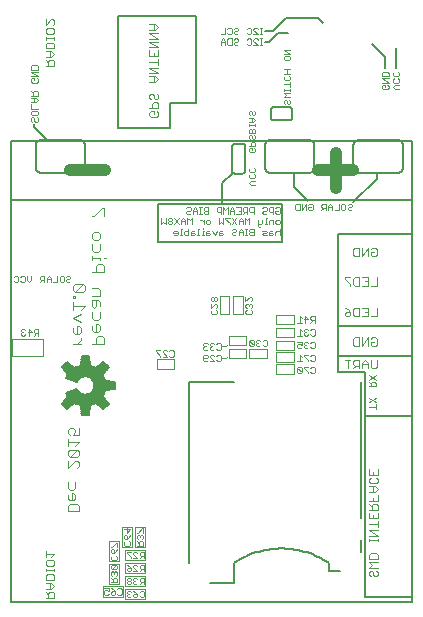
<source format=gbo>
G75*
%MOIN*%
%OFA0B0*%
%FSLAX24Y24*%
%IPPOS*%
%LPD*%
%AMOC8*
5,1,8,0,0,1.08239X$1,22.5*
%
%ADD10C,0.0039*%
%ADD11C,0.0020*%
%ADD12C,0.0059*%
%ADD13C,0.0030*%
%ADD14C,0.0079*%
%ADD15C,0.0050*%
%ADD16C,0.0394*%
%ADD17C,0.0080*%
%ADD18C,0.0060*%
D10*
X004754Y001779D02*
X004754Y002133D01*
X005423Y002133D01*
X005423Y001779D01*
X004754Y001779D01*
X004951Y002212D02*
X004951Y002881D01*
X005305Y002881D01*
X005305Y002212D01*
X004951Y002212D01*
X004951Y002960D02*
X004951Y003629D01*
X005305Y003629D01*
X005305Y002960D01*
X004951Y002960D01*
X005384Y003432D02*
X005384Y004101D01*
X005738Y004101D01*
X005738Y003432D01*
X005384Y003432D01*
X005502Y003353D02*
X005502Y002999D01*
X006171Y002999D01*
X006171Y003353D01*
X005502Y003353D01*
X005817Y003432D02*
X005817Y004101D01*
X006171Y004101D01*
X006171Y003432D01*
X005817Y003432D01*
X005502Y002920D02*
X005502Y002566D01*
X006171Y002566D01*
X006171Y002920D01*
X005502Y002920D01*
X005502Y002487D02*
X005502Y002133D01*
X006171Y002133D01*
X006171Y002487D01*
X005502Y002487D01*
X005502Y002054D02*
X005502Y001700D01*
X006171Y001700D01*
X006171Y002054D01*
X005502Y002054D01*
X010522Y009219D02*
X011112Y009219D01*
X011112Y009534D01*
X010522Y009534D01*
X010522Y009219D01*
X010522Y009613D02*
X011112Y009613D01*
X011112Y009928D01*
X010522Y009928D01*
X010522Y009613D01*
X010207Y009731D02*
X010207Y010046D01*
X009616Y010046D01*
X009616Y009731D01*
X010207Y009731D01*
X010522Y010007D02*
X011112Y010007D01*
X011112Y010322D01*
X010522Y010322D01*
X010522Y010007D01*
X010522Y010440D02*
X011112Y010440D01*
X011112Y010755D01*
X010522Y010755D01*
X010522Y010440D01*
X010522Y010873D02*
X010522Y011188D01*
X011112Y011188D01*
X011112Y010873D01*
X010522Y010873D01*
X009537Y010479D02*
X009537Y010164D01*
X008947Y010164D01*
X008947Y010479D01*
X009537Y010479D01*
X009537Y010046D02*
X008947Y010046D01*
X008947Y009731D01*
X009537Y009731D01*
X009537Y010046D01*
X008927Y010204D02*
X008848Y010125D01*
X008730Y010125D01*
X008927Y009810D02*
X008848Y009731D01*
X008730Y009731D01*
X008652Y011203D02*
X008652Y011793D01*
X008967Y011793D01*
X008967Y011203D01*
X008652Y011203D01*
X009099Y011203D02*
X009099Y011793D01*
X009414Y011793D01*
X009414Y011203D01*
X009099Y011203D01*
X007136Y009692D02*
X007136Y009377D01*
X006545Y009377D01*
X006545Y009692D01*
X007136Y009692D01*
X002746Y009790D02*
X001722Y009790D01*
X001722Y010381D01*
X002746Y010381D01*
X002746Y009790D01*
D11*
X002601Y010489D02*
X002601Y010706D01*
X002493Y010706D01*
X002457Y010670D01*
X002457Y010598D01*
X002493Y010561D01*
X002601Y010561D01*
X002529Y010561D02*
X002457Y010489D01*
X002384Y010598D02*
X002239Y010598D01*
X002166Y010670D02*
X002130Y010706D01*
X002058Y010706D01*
X002022Y010670D01*
X002022Y010634D01*
X002058Y010598D01*
X002022Y010561D01*
X002022Y010525D01*
X002058Y010489D01*
X002130Y010489D01*
X002166Y010525D01*
X002094Y010598D02*
X002058Y010598D01*
X002275Y010706D02*
X002384Y010598D01*
X002275Y010706D02*
X002275Y010489D01*
X002293Y012261D02*
X002221Y012333D01*
X002221Y012477D01*
X002147Y012441D02*
X002147Y012297D01*
X002111Y012261D01*
X002039Y012261D01*
X002003Y012297D01*
X001930Y012297D02*
X001930Y012441D01*
X001894Y012477D01*
X001822Y012477D01*
X001786Y012441D01*
X001786Y012297D02*
X001822Y012261D01*
X001894Y012261D01*
X001930Y012297D01*
X002003Y012441D02*
X002039Y012477D01*
X002111Y012477D01*
X002147Y012441D01*
X002365Y012477D02*
X002365Y012333D01*
X002293Y012261D01*
X002656Y012261D02*
X002728Y012333D01*
X002692Y012333D02*
X002800Y012333D01*
X002800Y012261D02*
X002800Y012477D01*
X002692Y012477D01*
X002656Y012441D01*
X002656Y012369D01*
X002692Y012333D01*
X002873Y012369D02*
X003018Y012369D01*
X003018Y012405D02*
X002945Y012477D01*
X002873Y012405D01*
X002873Y012261D01*
X003018Y012261D02*
X003018Y012405D01*
X003091Y012261D02*
X003235Y012261D01*
X003235Y012477D01*
X003308Y012441D02*
X003344Y012477D01*
X003416Y012477D01*
X003453Y012441D01*
X003453Y012297D01*
X003416Y012261D01*
X003344Y012261D01*
X003308Y012297D01*
X003308Y012441D01*
X003526Y012441D02*
X003562Y012477D01*
X003634Y012477D01*
X003670Y012441D01*
X003670Y012405D01*
X003634Y012369D01*
X003562Y012369D01*
X003526Y012333D01*
X003526Y012297D01*
X003562Y012261D01*
X003634Y012261D01*
X003670Y012297D01*
X006527Y009997D02*
X006527Y009961D01*
X006671Y009817D01*
X006671Y009781D01*
X006744Y009781D02*
X006889Y009781D01*
X006744Y009925D01*
X006744Y009961D01*
X006780Y009997D01*
X006853Y009997D01*
X006889Y009961D01*
X006962Y009961D02*
X006998Y009997D01*
X007070Y009997D01*
X007106Y009961D01*
X007106Y009817D01*
X007070Y009781D01*
X006998Y009781D01*
X006962Y009817D01*
X006671Y009997D02*
X006527Y009997D01*
X008102Y010053D02*
X008138Y010017D01*
X008210Y010017D01*
X008246Y010053D01*
X008319Y010053D02*
X008355Y010017D01*
X008427Y010017D01*
X008463Y010053D01*
X008537Y010053D02*
X008573Y010017D01*
X008645Y010017D01*
X008681Y010053D01*
X008681Y010197D01*
X008645Y010233D01*
X008573Y010233D01*
X008537Y010197D01*
X008463Y010197D02*
X008427Y010233D01*
X008355Y010233D01*
X008319Y010197D01*
X008319Y010161D01*
X008355Y010125D01*
X008319Y010089D01*
X008319Y010053D01*
X008355Y010125D02*
X008391Y010125D01*
X008246Y010197D02*
X008210Y010233D01*
X008138Y010233D01*
X008102Y010197D01*
X008102Y010161D01*
X008138Y010125D01*
X008102Y010089D01*
X008102Y010053D01*
X008138Y010125D02*
X008174Y010125D01*
X008210Y009840D02*
X008246Y009804D01*
X008246Y009767D01*
X008210Y009731D01*
X008102Y009731D01*
X008102Y009659D02*
X008102Y009804D01*
X008138Y009840D01*
X008210Y009840D01*
X008319Y009804D02*
X008355Y009840D01*
X008427Y009840D01*
X008463Y009804D01*
X008537Y009804D02*
X008573Y009840D01*
X008645Y009840D01*
X008681Y009804D01*
X008681Y009659D01*
X008645Y009623D01*
X008573Y009623D01*
X008537Y009659D01*
X008463Y009623D02*
X008319Y009767D01*
X008319Y009804D01*
X008246Y009659D02*
X008210Y009623D01*
X008138Y009623D01*
X008102Y009659D01*
X008319Y009623D02*
X008463Y009623D01*
X008527Y011193D02*
X008383Y011193D01*
X008347Y011229D01*
X008347Y011301D01*
X008383Y011337D01*
X008347Y011411D02*
X008491Y011555D01*
X008527Y011555D01*
X008563Y011519D01*
X008563Y011447D01*
X008527Y011411D01*
X008527Y011337D02*
X008563Y011301D01*
X008563Y011229D01*
X008527Y011193D01*
X008347Y011411D02*
X008347Y011555D01*
X008383Y011628D02*
X008419Y011628D01*
X008455Y011664D01*
X008455Y011736D01*
X008419Y011772D01*
X008383Y011772D01*
X008347Y011736D01*
X008347Y011664D01*
X008383Y011628D01*
X008455Y011664D02*
X008491Y011628D01*
X008527Y011628D01*
X008563Y011664D01*
X008563Y011736D01*
X008527Y011772D01*
X008491Y011772D01*
X008455Y011736D01*
X009503Y011772D02*
X009503Y011628D01*
X009647Y011772D01*
X009683Y011772D01*
X009720Y011736D01*
X009720Y011664D01*
X009683Y011628D01*
X009683Y011555D02*
X009647Y011555D01*
X009611Y011519D01*
X009575Y011555D01*
X009539Y011555D01*
X009503Y011519D01*
X009503Y011447D01*
X009539Y011411D01*
X009539Y011337D02*
X009503Y011301D01*
X009503Y011229D01*
X009539Y011193D01*
X009683Y011193D01*
X009720Y011229D01*
X009720Y011301D01*
X009683Y011337D01*
X009683Y011411D02*
X009720Y011447D01*
X009720Y011519D01*
X009683Y011555D01*
X009611Y011519D02*
X009611Y011483D01*
X009673Y010351D02*
X009637Y010315D01*
X009781Y010171D01*
X009745Y010135D01*
X009673Y010135D01*
X009637Y010171D01*
X009637Y010315D01*
X009673Y010351D02*
X009745Y010351D01*
X009781Y010315D01*
X009781Y010171D01*
X009855Y010171D02*
X009891Y010135D01*
X009963Y010135D01*
X009999Y010171D01*
X010072Y010171D02*
X010108Y010135D01*
X010180Y010135D01*
X010216Y010171D01*
X010216Y010315D01*
X010180Y010351D01*
X010108Y010351D01*
X010072Y010315D01*
X009999Y010315D02*
X009963Y010351D01*
X009891Y010351D01*
X009855Y010315D01*
X009855Y010279D01*
X009891Y010243D01*
X009855Y010207D01*
X009855Y010171D01*
X009891Y010243D02*
X009927Y010243D01*
X011235Y010273D02*
X011379Y010273D01*
X011379Y010164D01*
X011307Y010201D01*
X011271Y010201D01*
X011235Y010164D01*
X011235Y010092D01*
X011271Y010056D01*
X011343Y010056D01*
X011379Y010092D01*
X011452Y010092D02*
X011488Y010056D01*
X011560Y010056D01*
X011596Y010092D01*
X011670Y010092D02*
X011706Y010056D01*
X011778Y010056D01*
X011814Y010092D01*
X011814Y010237D01*
X011778Y010273D01*
X011706Y010273D01*
X011670Y010237D01*
X011596Y010237D02*
X011560Y010273D01*
X011488Y010273D01*
X011452Y010237D01*
X011452Y010201D01*
X011488Y010164D01*
X011452Y010128D01*
X011452Y010092D01*
X011488Y010164D02*
X011524Y010164D01*
X011452Y009840D02*
X011452Y009804D01*
X011596Y009659D01*
X011596Y009623D01*
X011670Y009659D02*
X011706Y009623D01*
X011778Y009623D01*
X011814Y009659D01*
X011814Y009804D01*
X011778Y009840D01*
X011706Y009840D01*
X011670Y009804D01*
X011596Y009840D02*
X011452Y009840D01*
X011379Y009767D02*
X011307Y009840D01*
X011307Y009623D01*
X011379Y009623D02*
X011235Y009623D01*
X011271Y009446D02*
X011235Y009410D01*
X011379Y009266D01*
X011343Y009229D01*
X011271Y009229D01*
X011235Y009266D01*
X011235Y009410D01*
X011271Y009446D02*
X011343Y009446D01*
X011379Y009410D01*
X011379Y009266D01*
X011452Y009410D02*
X011596Y009266D01*
X011596Y009229D01*
X011670Y009266D02*
X011706Y009229D01*
X011778Y009229D01*
X011814Y009266D01*
X011814Y009410D01*
X011778Y009446D01*
X011706Y009446D01*
X011670Y009410D01*
X011596Y009446D02*
X011452Y009446D01*
X011452Y009410D01*
X011488Y010489D02*
X011560Y010489D01*
X011596Y010525D01*
X011670Y010525D02*
X011706Y010489D01*
X011778Y010489D01*
X011814Y010525D01*
X011814Y010670D01*
X011778Y010706D01*
X011706Y010706D01*
X011670Y010670D01*
X011596Y010670D02*
X011560Y010706D01*
X011488Y010706D01*
X011452Y010670D01*
X011452Y010634D01*
X011488Y010598D01*
X011452Y010561D01*
X011452Y010525D01*
X011488Y010489D01*
X011488Y010598D02*
X011524Y010598D01*
X011379Y010634D02*
X011307Y010706D01*
X011307Y010489D01*
X011379Y010489D02*
X011235Y010489D01*
X011235Y010922D02*
X011379Y010922D01*
X011307Y010922D02*
X011307Y011139D01*
X011379Y011067D01*
X011452Y011031D02*
X011596Y011031D01*
X011488Y011139D01*
X011488Y010922D01*
X011670Y010922D02*
X011742Y010995D01*
X011706Y010995D02*
X011814Y010995D01*
X011814Y010922D02*
X011814Y011139D01*
X011706Y011139D01*
X011670Y011103D01*
X011670Y011031D01*
X011706Y010995D01*
X013622Y009156D02*
X013839Y009012D01*
X013803Y008939D02*
X013730Y008939D01*
X013694Y008903D01*
X013694Y008794D01*
X013622Y008794D02*
X013839Y008794D01*
X013839Y008903D01*
X013803Y008939D01*
X013694Y008867D02*
X013622Y008939D01*
X013622Y009012D02*
X013839Y009156D01*
X013839Y008408D02*
X013622Y008264D01*
X013622Y008408D02*
X013839Y008264D01*
X013839Y008191D02*
X013839Y008046D01*
X013839Y008119D02*
X013622Y008119D01*
X010649Y013836D02*
X010649Y014052D01*
X010613Y013980D02*
X010541Y013980D01*
X010505Y013944D01*
X010505Y013836D01*
X010432Y013872D02*
X010396Y013836D01*
X010288Y013836D01*
X010288Y013944D01*
X010324Y013980D01*
X010396Y013980D01*
X010396Y013908D02*
X010288Y013908D01*
X010214Y013944D02*
X010178Y013980D01*
X010070Y013980D01*
X010106Y013908D02*
X010178Y013908D01*
X010214Y013944D01*
X010214Y013836D02*
X010106Y013836D01*
X010070Y013872D01*
X010106Y013908D01*
X009997Y014118D02*
X009961Y014118D01*
X009925Y014154D01*
X009925Y014334D01*
X009925Y014190D02*
X010033Y014190D01*
X010069Y014226D01*
X010069Y014334D01*
X010178Y014407D02*
X010178Y014190D01*
X010214Y014190D02*
X010142Y014190D01*
X010288Y014190D02*
X010288Y014298D01*
X010324Y014334D01*
X010432Y014334D01*
X010432Y014190D01*
X010505Y014226D02*
X010505Y014298D01*
X010541Y014334D01*
X010613Y014334D01*
X010649Y014298D01*
X010649Y014226D01*
X010613Y014190D01*
X010541Y014190D01*
X010505Y014226D01*
X010613Y013980D02*
X010649Y013944D01*
X010432Y013872D02*
X010396Y013908D01*
X010214Y014407D02*
X010178Y014407D01*
X010178Y014544D02*
X010214Y014581D01*
X010178Y014544D02*
X010106Y014544D01*
X010070Y014581D01*
X010070Y014617D01*
X010106Y014653D01*
X010178Y014653D01*
X010214Y014689D01*
X010214Y014725D01*
X010178Y014761D01*
X010106Y014761D01*
X010070Y014725D01*
X010288Y014725D02*
X010288Y014653D01*
X010324Y014617D01*
X010432Y014617D01*
X010432Y014544D02*
X010432Y014761D01*
X010324Y014761D01*
X010288Y014725D01*
X010505Y014725D02*
X010541Y014761D01*
X010613Y014761D01*
X010649Y014725D01*
X010649Y014581D01*
X010613Y014544D01*
X010541Y014544D01*
X010505Y014581D01*
X010505Y014653D01*
X010577Y014653D01*
X011167Y014699D02*
X011167Y014843D01*
X011203Y014879D01*
X011311Y014879D01*
X011311Y014663D01*
X011203Y014663D01*
X011167Y014699D01*
X011384Y014663D02*
X011384Y014879D01*
X011528Y014879D02*
X011384Y014663D01*
X011528Y014663D02*
X011528Y014879D01*
X011602Y014843D02*
X011638Y014879D01*
X011710Y014879D01*
X011746Y014843D01*
X011746Y014699D01*
X011710Y014663D01*
X011638Y014663D01*
X011602Y014699D01*
X011602Y014771D01*
X011674Y014771D01*
X012037Y014771D02*
X012073Y014735D01*
X012181Y014735D01*
X012109Y014735D02*
X012037Y014663D01*
X012037Y014771D02*
X012037Y014843D01*
X012073Y014879D01*
X012181Y014879D01*
X012181Y014663D01*
X012254Y014663D02*
X012254Y014807D01*
X012326Y014879D01*
X012399Y014807D01*
X012399Y014663D01*
X012472Y014663D02*
X012616Y014663D01*
X012616Y014879D01*
X012689Y014843D02*
X012689Y014699D01*
X012725Y014663D01*
X012797Y014663D01*
X012834Y014699D01*
X012834Y014843D01*
X012797Y014879D01*
X012725Y014879D01*
X012689Y014843D01*
X012907Y014843D02*
X012943Y014879D01*
X013015Y014879D01*
X013051Y014843D01*
X013051Y014807D01*
X013015Y014771D01*
X012943Y014771D01*
X012907Y014735D01*
X012907Y014699D01*
X012943Y014663D01*
X013015Y014663D01*
X013051Y014699D01*
X012399Y014771D02*
X012254Y014771D01*
X009779Y014761D02*
X009779Y014544D01*
X009779Y014617D02*
X009671Y014617D01*
X009635Y014653D01*
X009635Y014725D01*
X009671Y014761D01*
X009779Y014761D01*
X009562Y014761D02*
X009562Y014544D01*
X009562Y014617D02*
X009454Y014617D01*
X009418Y014653D01*
X009418Y014725D01*
X009454Y014761D01*
X009562Y014761D01*
X009490Y014617D02*
X009418Y014544D01*
X009344Y014544D02*
X009200Y014544D01*
X009127Y014544D02*
X009127Y014689D01*
X009055Y014761D01*
X008983Y014689D01*
X008983Y014544D01*
X008909Y014544D02*
X008909Y014761D01*
X008837Y014689D01*
X008765Y014761D01*
X008765Y014544D01*
X008692Y014544D02*
X008692Y014761D01*
X008584Y014761D01*
X008548Y014725D01*
X008548Y014653D01*
X008584Y014617D01*
X008692Y014617D01*
X008620Y014407D02*
X008620Y014190D01*
X008692Y014262D01*
X008764Y014190D01*
X008764Y014407D01*
X008838Y014407D02*
X008838Y014370D01*
X008982Y014226D01*
X008982Y014190D01*
X009055Y014190D02*
X009199Y014407D01*
X009273Y014334D02*
X009273Y014190D01*
X009199Y014190D02*
X009055Y014407D01*
X008982Y014407D02*
X008838Y014407D01*
X008983Y014653D02*
X009127Y014653D01*
X009200Y014761D02*
X009344Y014761D01*
X009344Y014544D01*
X009344Y014653D02*
X009272Y014653D01*
X009345Y014407D02*
X009273Y014334D01*
X009273Y014298D02*
X009417Y014298D01*
X009417Y014334D02*
X009345Y014407D01*
X009417Y014334D02*
X009417Y014190D01*
X009490Y014190D02*
X009490Y014407D01*
X009562Y014334D01*
X009634Y014407D01*
X009634Y014190D01*
X009671Y014052D02*
X009635Y014016D01*
X009635Y013980D01*
X009671Y013944D01*
X009779Y013944D01*
X009671Y013944D02*
X009635Y013908D01*
X009635Y013872D01*
X009671Y013836D01*
X009779Y013836D01*
X009779Y014052D01*
X009671Y014052D01*
X009562Y014052D02*
X009490Y014052D01*
X009526Y014052D02*
X009526Y013836D01*
X009562Y013836D02*
X009490Y013836D01*
X009417Y013836D02*
X009417Y013980D01*
X009345Y014052D01*
X009273Y013980D01*
X009273Y013836D01*
X009199Y013872D02*
X009163Y013836D01*
X009091Y013836D01*
X009055Y013872D01*
X009055Y013908D01*
X009091Y013944D01*
X009163Y013944D01*
X009199Y013980D01*
X009199Y014016D01*
X009163Y014052D01*
X009091Y014052D01*
X009055Y014016D01*
X009273Y013944D02*
X009417Y013944D01*
X008764Y013872D02*
X008728Y013836D01*
X008620Y013836D01*
X008620Y013944D01*
X008656Y013980D01*
X008728Y013980D01*
X008728Y013908D02*
X008620Y013908D01*
X008547Y013980D02*
X008475Y013836D01*
X008403Y013980D01*
X008293Y013980D02*
X008221Y013980D01*
X008185Y013944D01*
X008185Y013836D01*
X008293Y013836D01*
X008329Y013872D01*
X008293Y013908D01*
X008185Y013908D01*
X008112Y013980D02*
X008076Y013980D01*
X008076Y013836D01*
X008112Y013836D02*
X008040Y013836D01*
X007967Y013836D02*
X007895Y013836D01*
X007931Y013836D02*
X007931Y014052D01*
X007967Y014052D01*
X008076Y014052D02*
X008076Y014088D01*
X008112Y014190D02*
X008112Y014334D01*
X008112Y014262D02*
X008040Y014334D01*
X008004Y014334D01*
X008185Y014298D02*
X008185Y014226D01*
X008221Y014190D01*
X008293Y014190D01*
X008329Y014226D01*
X008329Y014298D01*
X008293Y014334D01*
X008221Y014334D01*
X008185Y014298D01*
X008149Y014544D02*
X008257Y014544D01*
X008257Y014761D01*
X008149Y014761D01*
X008113Y014725D01*
X008113Y014689D01*
X008149Y014653D01*
X008257Y014653D01*
X008149Y014653D02*
X008113Y014617D01*
X008113Y014581D01*
X008149Y014544D01*
X008039Y014544D02*
X007967Y014544D01*
X008003Y014544D02*
X008003Y014761D01*
X008039Y014761D02*
X007967Y014761D01*
X007894Y014689D02*
X007822Y014761D01*
X007750Y014689D01*
X007750Y014544D01*
X007677Y014581D02*
X007641Y014544D01*
X007569Y014544D01*
X007533Y014581D01*
X007533Y014617D01*
X007569Y014653D01*
X007641Y014653D01*
X007677Y014689D01*
X007677Y014725D01*
X007641Y014761D01*
X007569Y014761D01*
X007533Y014725D01*
X007750Y014653D02*
X007894Y014653D01*
X007894Y014689D02*
X007894Y014544D01*
X007713Y014407D02*
X007641Y014334D01*
X007569Y014407D01*
X007569Y014190D01*
X007496Y014190D02*
X007496Y014334D01*
X007423Y014407D01*
X007351Y014334D01*
X007351Y014190D01*
X007278Y014190D02*
X007134Y014407D01*
X007061Y014370D02*
X007061Y014334D01*
X007025Y014298D01*
X006952Y014298D01*
X006916Y014262D01*
X006916Y014226D01*
X006952Y014190D01*
X007025Y014190D01*
X007061Y014226D01*
X007061Y014262D01*
X007025Y014298D01*
X006952Y014298D02*
X006916Y014334D01*
X006916Y014370D01*
X006952Y014407D01*
X007025Y014407D01*
X007061Y014370D01*
X007134Y014190D02*
X007278Y014407D01*
X007351Y014298D02*
X007496Y014298D01*
X007713Y014190D02*
X007713Y014407D01*
X007604Y014052D02*
X007604Y013836D01*
X007496Y013836D01*
X007460Y013872D01*
X007460Y013944D01*
X007496Y013980D01*
X007604Y013980D01*
X007678Y013944D02*
X007678Y013836D01*
X007786Y013836D01*
X007822Y013872D01*
X007786Y013908D01*
X007678Y013908D01*
X007678Y013944D02*
X007714Y013980D01*
X007786Y013980D01*
X007387Y014052D02*
X007351Y014052D01*
X007351Y013836D01*
X007387Y013836D02*
X007315Y013836D01*
X007242Y013872D02*
X007206Y013836D01*
X007134Y013836D01*
X007098Y013908D02*
X007242Y013908D01*
X007242Y013944D02*
X007206Y013980D01*
X007134Y013980D01*
X007098Y013944D01*
X007098Y013908D01*
X007242Y013872D02*
X007242Y013944D01*
X006843Y014190D02*
X006771Y014262D01*
X006699Y014190D01*
X006699Y014407D01*
X006843Y014407D02*
X006843Y014190D01*
X008728Y013908D02*
X008764Y013872D01*
X009679Y015506D02*
X009606Y015578D01*
X009679Y015650D01*
X009823Y015650D01*
X009787Y015724D02*
X009643Y015724D01*
X009606Y015760D01*
X009606Y015832D01*
X009643Y015868D01*
X009643Y015941D02*
X009606Y015977D01*
X009606Y016049D01*
X009643Y016085D01*
X009787Y016085D02*
X009823Y016049D01*
X009823Y015977D01*
X009787Y015941D01*
X009643Y015941D01*
X009787Y015868D02*
X009823Y015832D01*
X009823Y015760D01*
X009787Y015724D01*
X009823Y015506D02*
X009679Y015506D01*
X009643Y016592D02*
X009606Y016628D01*
X009606Y016700D01*
X009643Y016736D01*
X009715Y016736D01*
X009715Y016664D01*
X009787Y016736D02*
X009823Y016700D01*
X009823Y016628D01*
X009787Y016592D01*
X009643Y016592D01*
X009679Y016809D02*
X009679Y016917D01*
X009715Y016953D01*
X009787Y016953D01*
X009823Y016917D01*
X009823Y016809D01*
X009606Y016809D01*
X009643Y017027D02*
X009606Y017063D01*
X009606Y017135D01*
X009643Y017171D01*
X009679Y017171D01*
X009715Y017135D01*
X009715Y017063D01*
X009751Y017027D01*
X009787Y017027D01*
X009823Y017063D01*
X009823Y017135D01*
X009787Y017171D01*
X009823Y017244D02*
X009823Y017352D01*
X009787Y017388D01*
X009751Y017388D01*
X009715Y017352D01*
X009715Y017244D01*
X009823Y017244D02*
X009606Y017244D01*
X009606Y017352D01*
X009643Y017388D01*
X009679Y017388D01*
X009715Y017352D01*
X009823Y017462D02*
X009823Y017534D01*
X009823Y017498D02*
X009606Y017498D01*
X009606Y017462D02*
X009606Y017534D01*
X009606Y017607D02*
X009751Y017607D01*
X009823Y017679D01*
X009751Y017751D01*
X009606Y017751D01*
X009643Y017824D02*
X009606Y017860D01*
X009606Y017932D01*
X009643Y017969D01*
X009679Y017969D01*
X009715Y017932D01*
X009715Y017860D01*
X009751Y017824D01*
X009787Y017824D01*
X009823Y017860D01*
X009823Y017932D01*
X009787Y017969D01*
X009715Y017751D02*
X009715Y017607D01*
X010788Y018242D02*
X010824Y018206D01*
X010788Y018242D02*
X010788Y018314D01*
X010824Y018350D01*
X010860Y018350D01*
X010896Y018314D01*
X010896Y018242D01*
X010932Y018206D01*
X010968Y018206D01*
X011004Y018242D01*
X011004Y018314D01*
X010968Y018350D01*
X011004Y018423D02*
X010788Y018423D01*
X010860Y018496D01*
X010788Y018568D01*
X011004Y018568D01*
X011004Y018641D02*
X011004Y018713D01*
X011004Y018677D02*
X010788Y018677D01*
X010788Y018641D02*
X010788Y018713D01*
X010788Y018858D02*
X011004Y018858D01*
X011004Y018786D02*
X011004Y018930D01*
X010968Y019003D02*
X011004Y019039D01*
X011004Y019112D01*
X010968Y019148D01*
X011004Y019221D02*
X010788Y019221D01*
X010824Y019148D02*
X010788Y019112D01*
X010788Y019039D01*
X010824Y019003D01*
X010968Y019003D01*
X010896Y019221D02*
X010896Y019365D01*
X011004Y019365D02*
X010788Y019365D01*
X010824Y019656D02*
X010788Y019692D01*
X010788Y019764D01*
X010824Y019800D01*
X010968Y019800D01*
X011004Y019764D01*
X011004Y019692D01*
X010968Y019656D01*
X010824Y019656D01*
X010788Y019873D02*
X011004Y019873D01*
X010788Y020018D01*
X011004Y020018D01*
X010059Y020174D02*
X009987Y020174D01*
X010023Y020174D02*
X010023Y020391D01*
X010059Y020391D02*
X009987Y020391D01*
X009914Y020355D02*
X009878Y020391D01*
X009806Y020391D01*
X009770Y020355D01*
X009770Y020319D01*
X009914Y020174D01*
X009770Y020174D01*
X009696Y020210D02*
X009696Y020355D01*
X009660Y020391D01*
X009588Y020391D01*
X009552Y020355D01*
X009552Y020210D02*
X009588Y020174D01*
X009660Y020174D01*
X009696Y020210D01*
X009660Y020529D02*
X009588Y020529D01*
X009552Y020565D01*
X009660Y020529D02*
X009696Y020565D01*
X009696Y020709D01*
X009660Y020745D01*
X009588Y020745D01*
X009552Y020709D01*
X009770Y020709D02*
X009806Y020745D01*
X009878Y020745D01*
X009914Y020709D01*
X009987Y020745D02*
X010059Y020745D01*
X010023Y020745D02*
X010023Y020529D01*
X010059Y020529D02*
X009987Y020529D01*
X009914Y020529D02*
X009770Y020673D01*
X009770Y020709D01*
X009770Y020529D02*
X009914Y020529D01*
X009261Y020565D02*
X009225Y020529D01*
X009153Y020529D01*
X009117Y020565D01*
X009117Y020601D01*
X009153Y020637D01*
X009225Y020637D01*
X009261Y020673D01*
X009261Y020709D01*
X009225Y020745D01*
X009153Y020745D01*
X009117Y020709D01*
X009044Y020709D02*
X009044Y020565D01*
X009008Y020529D01*
X008936Y020529D01*
X008900Y020565D01*
X008826Y020529D02*
X008682Y020529D01*
X008826Y020529D02*
X008826Y020745D01*
X008900Y020709D02*
X008936Y020745D01*
X009008Y020745D01*
X009044Y020709D01*
X009044Y020391D02*
X008936Y020391D01*
X008900Y020355D01*
X008900Y020210D01*
X008936Y020174D01*
X009044Y020174D01*
X009044Y020391D01*
X009117Y020355D02*
X009153Y020391D01*
X009225Y020391D01*
X009261Y020355D01*
X009261Y020319D01*
X009225Y020283D01*
X009153Y020283D01*
X009117Y020247D01*
X009117Y020210D01*
X009153Y020174D01*
X009225Y020174D01*
X009261Y020210D01*
X008826Y020174D02*
X008826Y020319D01*
X008754Y020391D01*
X008682Y020319D01*
X008682Y020174D01*
X008682Y020283D02*
X008826Y020283D01*
X014055Y019238D02*
X014091Y019274D01*
X014236Y019274D01*
X014272Y019238D01*
X014272Y019130D01*
X014055Y019130D01*
X014055Y019238D01*
X014055Y019057D02*
X014272Y019057D01*
X014410Y019021D02*
X014446Y019057D01*
X014410Y019021D02*
X014410Y018949D01*
X014446Y018913D01*
X014590Y018913D01*
X014626Y018949D01*
X014626Y019021D01*
X014590Y019057D01*
X014590Y019130D02*
X014446Y019130D01*
X014410Y019166D01*
X014410Y019238D01*
X014446Y019274D01*
X014590Y019274D02*
X014626Y019238D01*
X014626Y019166D01*
X014590Y019130D01*
X014626Y018839D02*
X014482Y018839D01*
X014410Y018767D01*
X014482Y018695D01*
X014626Y018695D01*
X014272Y018731D02*
X014236Y018695D01*
X014091Y018695D01*
X014055Y018731D01*
X014055Y018803D01*
X014091Y018839D01*
X014163Y018839D01*
X014163Y018767D01*
X014236Y018839D02*
X014272Y018803D01*
X014272Y018731D01*
X014272Y018913D02*
X014055Y018913D01*
X014055Y019057D02*
X014272Y018913D01*
X006102Y004061D02*
X006066Y004061D01*
X005922Y003916D01*
X005886Y003916D01*
X005922Y003843D02*
X005886Y003807D01*
X005886Y003735D01*
X005922Y003699D01*
X005886Y003626D02*
X005958Y003554D01*
X005958Y003590D02*
X005958Y003481D01*
X005886Y003481D02*
X006102Y003481D01*
X006102Y003590D01*
X006066Y003626D01*
X005994Y003626D01*
X005958Y003590D01*
X006066Y003699D02*
X006102Y003735D01*
X006102Y003807D01*
X006066Y003843D01*
X006030Y003843D01*
X005994Y003807D01*
X005958Y003843D01*
X005922Y003843D01*
X005994Y003807D02*
X005994Y003771D01*
X006102Y003916D02*
X006102Y004061D01*
X005669Y004025D02*
X005561Y003916D01*
X005561Y004061D01*
X005453Y004025D02*
X005669Y004025D01*
X005669Y003843D02*
X005633Y003771D01*
X005561Y003699D01*
X005561Y003807D01*
X005525Y003843D01*
X005489Y003843D01*
X005453Y003807D01*
X005453Y003735D01*
X005489Y003699D01*
X005561Y003699D01*
X005489Y003626D02*
X005453Y003590D01*
X005453Y003518D01*
X005489Y003481D01*
X005633Y003481D01*
X005669Y003518D01*
X005669Y003590D01*
X005633Y003626D01*
X005687Y003284D02*
X005543Y003284D01*
X005543Y003248D01*
X005687Y003104D01*
X005687Y003068D01*
X005760Y003068D02*
X005904Y003068D01*
X005760Y003212D01*
X005760Y003248D01*
X005796Y003284D01*
X005868Y003284D01*
X005904Y003248D01*
X005978Y003248D02*
X005978Y003176D01*
X006014Y003140D01*
X006122Y003140D01*
X006122Y003068D02*
X006122Y003284D01*
X006014Y003284D01*
X005978Y003248D01*
X006050Y003140D02*
X005978Y003068D01*
X006014Y002851D02*
X005978Y002815D01*
X005978Y002743D01*
X006014Y002707D01*
X006122Y002707D01*
X006122Y002635D02*
X006122Y002851D01*
X006014Y002851D01*
X005904Y002815D02*
X005868Y002851D01*
X005796Y002851D01*
X005760Y002815D01*
X005760Y002779D01*
X005904Y002635D01*
X005760Y002635D01*
X005687Y002671D02*
X005651Y002635D01*
X005579Y002635D01*
X005543Y002671D01*
X005543Y002707D01*
X005579Y002743D01*
X005687Y002743D01*
X005687Y002671D01*
X005687Y002743D02*
X005615Y002815D01*
X005543Y002851D01*
X005236Y002804D02*
X005200Y002840D01*
X005056Y002696D01*
X005020Y002732D01*
X005020Y002804D01*
X005056Y002840D01*
X005200Y002840D01*
X005236Y002804D02*
X005236Y002732D01*
X005200Y002696D01*
X005056Y002696D01*
X005056Y002623D02*
X005020Y002587D01*
X005020Y002515D01*
X005056Y002478D01*
X005020Y002405D02*
X005092Y002333D01*
X005092Y002369D02*
X005092Y002261D01*
X005020Y002261D02*
X005236Y002261D01*
X005236Y002369D01*
X005200Y002405D01*
X005128Y002405D01*
X005092Y002369D01*
X005200Y002478D02*
X005236Y002515D01*
X005236Y002587D01*
X005200Y002623D01*
X005164Y002623D01*
X005128Y002587D01*
X005092Y002623D01*
X005056Y002623D01*
X005128Y002587D02*
X005128Y002551D01*
X005056Y003009D02*
X005020Y003045D01*
X005020Y003117D01*
X005056Y003153D01*
X005056Y003227D02*
X005020Y003263D01*
X005020Y003335D01*
X005056Y003371D01*
X005092Y003371D01*
X005128Y003335D01*
X005128Y003227D01*
X005056Y003227D01*
X005128Y003227D02*
X005200Y003299D01*
X005236Y003371D01*
X005236Y003444D02*
X005236Y003588D01*
X005200Y003588D01*
X005056Y003444D01*
X005020Y003444D01*
X005200Y003153D02*
X005236Y003117D01*
X005236Y003045D01*
X005200Y003009D01*
X005056Y003009D01*
X005579Y002418D02*
X005543Y002382D01*
X005543Y002346D01*
X005579Y002310D01*
X005651Y002310D01*
X005687Y002346D01*
X005687Y002382D01*
X005651Y002418D01*
X005579Y002418D01*
X005579Y002310D02*
X005543Y002274D01*
X005543Y002238D01*
X005579Y002202D01*
X005651Y002202D01*
X005687Y002238D01*
X005687Y002274D01*
X005651Y002310D01*
X005760Y002274D02*
X005760Y002238D01*
X005796Y002202D01*
X005868Y002202D01*
X005904Y002238D01*
X005978Y002202D02*
X006050Y002274D01*
X006014Y002274D02*
X006122Y002274D01*
X006122Y002202D02*
X006122Y002418D01*
X006014Y002418D01*
X005978Y002382D01*
X005978Y002310D01*
X006014Y002274D01*
X005904Y002382D02*
X005868Y002418D01*
X005796Y002418D01*
X005760Y002382D01*
X005760Y002346D01*
X005796Y002310D01*
X005760Y002274D01*
X005796Y002310D02*
X005832Y002310D01*
X005760Y001985D02*
X005832Y001949D01*
X005904Y001877D01*
X005796Y001877D01*
X005760Y001841D01*
X005760Y001805D01*
X005796Y001769D01*
X005868Y001769D01*
X005904Y001805D01*
X005904Y001877D01*
X005978Y001805D02*
X006014Y001769D01*
X006086Y001769D01*
X006122Y001805D01*
X006122Y001949D01*
X006086Y001985D01*
X006014Y001985D01*
X005978Y001949D01*
X005687Y001949D02*
X005651Y001985D01*
X005579Y001985D01*
X005543Y001949D01*
X005543Y001913D01*
X005579Y001877D01*
X005543Y001841D01*
X005543Y001805D01*
X005579Y001769D01*
X005651Y001769D01*
X005687Y001805D01*
X005615Y001877D02*
X005579Y001877D01*
X005374Y001884D02*
X005374Y002028D01*
X005338Y002064D01*
X005266Y002064D01*
X005230Y002028D01*
X005156Y001956D02*
X005156Y001884D01*
X005120Y001848D01*
X005048Y001848D01*
X005012Y001884D01*
X005012Y001920D01*
X005048Y001956D01*
X005156Y001956D01*
X005084Y002028D01*
X005012Y002064D01*
X004939Y002064D02*
X004939Y001956D01*
X004867Y001992D01*
X004831Y001992D01*
X004795Y001956D01*
X004795Y001884D01*
X004831Y001848D01*
X004903Y001848D01*
X004939Y001884D01*
X004939Y002064D02*
X004795Y002064D01*
X005230Y001884D02*
X005266Y001848D01*
X005338Y001848D01*
X005374Y001884D01*
X005978Y002635D02*
X006050Y002707D01*
X002543Y017615D02*
X002507Y017615D01*
X002471Y017651D01*
X002471Y017724D01*
X002435Y017760D01*
X002398Y017760D01*
X002362Y017724D01*
X002362Y017651D01*
X002398Y017615D01*
X002543Y017615D02*
X002579Y017651D01*
X002579Y017724D01*
X002543Y017760D01*
X002543Y017833D02*
X002398Y017833D01*
X002362Y017869D01*
X002362Y017941D01*
X002398Y017977D01*
X002543Y017977D01*
X002579Y017941D01*
X002579Y017869D01*
X002543Y017833D01*
X002579Y018050D02*
X002362Y018050D01*
X002362Y018195D01*
X002362Y018268D02*
X002507Y018268D01*
X002579Y018340D01*
X002507Y018412D01*
X002362Y018412D01*
X002362Y018485D02*
X002579Y018485D01*
X002579Y018594D01*
X002543Y018630D01*
X002471Y018630D01*
X002435Y018594D01*
X002435Y018485D01*
X002435Y018557D02*
X002362Y018630D01*
X002471Y018412D02*
X002471Y018268D01*
X002543Y018920D02*
X002398Y018920D01*
X002362Y018956D01*
X002362Y019029D01*
X002398Y019065D01*
X002471Y019065D01*
X002471Y018993D01*
X002543Y019065D02*
X002579Y019029D01*
X002579Y018956D01*
X002543Y018920D01*
X002579Y019138D02*
X002362Y019138D01*
X002362Y019282D02*
X002579Y019282D01*
X002579Y019355D02*
X002579Y019464D01*
X002543Y019500D01*
X002398Y019500D01*
X002362Y019464D01*
X002362Y019355D01*
X002579Y019355D01*
X002579Y019138D02*
X002362Y019282D01*
D12*
X006604Y014889D02*
X006604Y013590D01*
X010738Y013590D01*
X010738Y014889D01*
X008730Y014889D01*
X008730Y015558D01*
X009085Y015912D01*
X008730Y014889D02*
X006604Y014889D01*
X004283Y009803D02*
X004043Y009803D01*
X004011Y009485D01*
X003904Y009451D01*
X003805Y009400D01*
X003557Y009601D01*
X003388Y009432D01*
X003590Y009184D01*
X003538Y009085D01*
X003879Y008944D01*
X003909Y008999D01*
X003950Y009047D01*
X004000Y009086D01*
X004056Y009114D01*
X004118Y009130D01*
X004181Y009133D01*
X004243Y009123D01*
X004302Y009100D01*
X004355Y009066D01*
X004400Y009022D01*
X004435Y008970D01*
X004459Y008911D01*
X004470Y008849D01*
X004468Y008786D01*
X004454Y008724D01*
X004427Y008667D01*
X004389Y008617D01*
X004341Y008575D01*
X004286Y008544D01*
X004226Y008525D01*
X004163Y008518D01*
X004103Y008524D01*
X004046Y008542D01*
X003993Y008570D01*
X003946Y008608D01*
X003908Y008655D01*
X003879Y008708D01*
X003538Y008567D01*
X003590Y008467D01*
X003388Y008220D01*
X003557Y008050D01*
X003805Y008252D01*
X003904Y008201D01*
X004011Y008166D01*
X004043Y007849D01*
X004283Y007849D01*
X004316Y008166D01*
X004422Y008201D01*
X003905Y008201D01*
X004014Y008143D02*
X004313Y008143D01*
X004307Y008085D02*
X004019Y008085D01*
X004025Y008028D02*
X004302Y008028D01*
X004296Y007970D02*
X004031Y007970D01*
X004037Y007913D02*
X004290Y007913D01*
X004284Y007855D02*
X004043Y007855D01*
X003742Y008201D02*
X003407Y008201D01*
X003419Y008258D02*
X004908Y008258D01*
X004939Y008220D02*
X004769Y008050D01*
X004522Y008252D01*
X004422Y008201D01*
X004585Y008201D02*
X004920Y008201D01*
X004939Y008220D02*
X004737Y008467D01*
X004789Y008567D01*
X004823Y008674D01*
X005140Y008706D01*
X005140Y008946D01*
X004823Y008978D01*
X004789Y009085D01*
X004737Y009184D01*
X004939Y009432D01*
X004769Y009601D01*
X004522Y009400D01*
X004422Y009451D01*
X004316Y009485D01*
X004283Y009803D01*
X004288Y009755D02*
X004039Y009755D01*
X004033Y009697D02*
X004294Y009697D01*
X004300Y009639D02*
X004027Y009639D01*
X004021Y009582D02*
X004306Y009582D01*
X004312Y009524D02*
X004015Y009524D01*
X003954Y009467D02*
X004373Y009467D01*
X004503Y009409D02*
X003823Y009409D01*
X003793Y009409D02*
X003406Y009409D01*
X003423Y009467D02*
X003722Y009467D01*
X003652Y009524D02*
X003480Y009524D01*
X003538Y009582D02*
X003581Y009582D01*
X003453Y009352D02*
X004874Y009352D01*
X004921Y009409D02*
X004534Y009409D01*
X004604Y009467D02*
X004904Y009467D01*
X004846Y009524D02*
X004675Y009524D01*
X004745Y009582D02*
X004789Y009582D01*
X004827Y009294D02*
X003500Y009294D01*
X003547Y009237D02*
X004780Y009237D01*
X004740Y009179D02*
X003587Y009179D01*
X003557Y009121D02*
X004085Y009121D01*
X003971Y009064D02*
X003589Y009064D01*
X003728Y009006D02*
X003915Y009006D01*
X003882Y008949D02*
X003866Y008949D01*
X003904Y008661D02*
X003766Y008661D01*
X003627Y008603D02*
X003952Y008603D01*
X004038Y008546D02*
X003549Y008546D01*
X003579Y008488D02*
X004748Y008488D01*
X004767Y008431D02*
X003560Y008431D01*
X003513Y008373D02*
X004814Y008373D01*
X004861Y008316D02*
X003466Y008316D01*
X003465Y008143D02*
X003671Y008143D01*
X003601Y008085D02*
X003522Y008085D01*
X004290Y008546D02*
X004778Y008546D01*
X004800Y008603D02*
X004374Y008603D01*
X004422Y008661D02*
X004819Y008661D01*
X004814Y009006D02*
X004411Y009006D01*
X004444Y008949D02*
X005110Y008949D01*
X005140Y008891D02*
X004463Y008891D01*
X004470Y008834D02*
X005140Y008834D01*
X005140Y008776D02*
X004466Y008776D01*
X004451Y008719D02*
X005140Y008719D01*
X004795Y009064D02*
X004358Y009064D01*
X004247Y009121D02*
X004770Y009121D01*
X004862Y008143D02*
X004656Y008143D01*
X004726Y008085D02*
X004805Y008085D01*
D13*
X003952Y007408D02*
X003952Y007166D01*
X003770Y007166D01*
X003831Y007287D01*
X003831Y007348D01*
X003770Y007408D01*
X003649Y007408D01*
X003588Y007348D01*
X003588Y007226D01*
X003649Y007166D01*
X003588Y007046D02*
X003588Y006803D01*
X003588Y006925D02*
X003952Y006925D01*
X003831Y006803D01*
X003891Y006683D02*
X003649Y006441D01*
X003588Y006501D01*
X003588Y006623D01*
X003649Y006683D01*
X003891Y006683D01*
X003952Y006623D01*
X003952Y006501D01*
X003891Y006441D01*
X003649Y006441D01*
X003588Y006321D02*
X003588Y006078D01*
X003831Y006321D01*
X003891Y006321D01*
X003952Y006260D01*
X003952Y006139D01*
X003891Y006078D01*
X003831Y005596D02*
X003831Y005414D01*
X003770Y005353D01*
X003649Y005353D01*
X003588Y005414D01*
X003588Y005596D01*
X003709Y005233D02*
X003709Y004991D01*
X003649Y004991D02*
X003770Y004991D01*
X003831Y005051D01*
X003831Y005173D01*
X003770Y005233D01*
X003709Y005233D01*
X003588Y005173D02*
X003588Y005051D01*
X003649Y004991D01*
X003649Y004871D02*
X003891Y004871D01*
X003952Y004810D01*
X003952Y004628D01*
X003588Y004628D01*
X003588Y004810D01*
X003649Y004871D01*
X002840Y003298D02*
X002840Y003108D01*
X002840Y003203D02*
X003125Y003203D01*
X003030Y003108D01*
X003077Y003008D02*
X002887Y003008D01*
X002840Y002960D01*
X002840Y002865D01*
X002887Y002818D01*
X003077Y002818D01*
X003125Y002865D01*
X003125Y002960D01*
X003077Y003008D01*
X003125Y002719D02*
X003125Y002624D01*
X003125Y002672D02*
X002840Y002672D01*
X002840Y002719D02*
X002840Y002624D01*
X002887Y002524D02*
X003077Y002524D01*
X003125Y002477D01*
X003125Y002334D01*
X002840Y002334D01*
X002840Y002477D01*
X002887Y002524D01*
X002840Y002234D02*
X003030Y002234D01*
X003125Y002139D01*
X003030Y002044D01*
X002840Y002044D01*
X002840Y001944D02*
X002935Y001849D01*
X002935Y001897D02*
X002935Y001754D01*
X002840Y001754D02*
X003125Y001754D01*
X003125Y001897D01*
X003077Y001944D01*
X002982Y001944D01*
X002935Y001897D01*
X002982Y002044D02*
X002982Y002234D01*
X003745Y010219D02*
X004014Y010219D01*
X003880Y010219D02*
X004014Y010353D01*
X004014Y010420D01*
X003947Y010551D02*
X004014Y010618D01*
X004014Y010753D01*
X003947Y010820D01*
X003880Y010820D01*
X003880Y010551D01*
X003813Y010551D02*
X003947Y010551D01*
X003813Y010551D02*
X003745Y010618D01*
X003745Y010753D01*
X003745Y011084D02*
X004014Y011219D01*
X004014Y011349D02*
X004149Y011483D01*
X003745Y011483D01*
X003745Y011349D02*
X003745Y011618D01*
X003745Y011747D02*
X003745Y011815D01*
X003813Y011815D01*
X003813Y011747D01*
X003745Y011747D01*
X003813Y011947D02*
X004082Y012216D01*
X003813Y012216D01*
X003745Y012148D01*
X003745Y012014D01*
X003813Y011947D01*
X004082Y011947D01*
X004149Y012014D01*
X004149Y012148D01*
X004082Y012216D01*
X004395Y012083D02*
X004597Y012083D01*
X004664Y012016D01*
X004664Y011814D01*
X004395Y011814D01*
X004395Y011684D02*
X004395Y011482D01*
X004462Y011415D01*
X004529Y011482D01*
X004529Y011684D01*
X004597Y011684D02*
X004395Y011684D01*
X004395Y011285D02*
X004395Y011084D01*
X004462Y011016D01*
X004597Y011016D01*
X004664Y011084D01*
X004664Y011285D01*
X004664Y011482D02*
X004664Y011617D01*
X004597Y011684D01*
X004597Y010886D02*
X004529Y010886D01*
X004529Y010618D01*
X004462Y010618D02*
X004597Y010618D01*
X004664Y010685D01*
X004664Y010819D01*
X004597Y010886D01*
X004395Y010685D02*
X004462Y010618D01*
X004395Y010685D02*
X004395Y010819D01*
X004597Y010488D02*
X004529Y010420D01*
X004529Y010219D01*
X004395Y010219D02*
X004798Y010219D01*
X004798Y010420D01*
X004731Y010488D01*
X004597Y010488D01*
X004014Y010950D02*
X003745Y011084D01*
X004395Y012611D02*
X004798Y012611D01*
X004798Y012813D01*
X004731Y012880D01*
X004597Y012880D01*
X004529Y012813D01*
X004529Y012611D01*
X004395Y013010D02*
X004395Y013145D01*
X004395Y013077D02*
X004664Y013077D01*
X004664Y013010D01*
X004798Y013077D02*
X004866Y013077D01*
X004664Y013343D02*
X004597Y013276D01*
X004462Y013276D01*
X004395Y013343D01*
X004395Y013545D01*
X004462Y013675D02*
X004395Y013742D01*
X004395Y013876D01*
X004462Y013944D01*
X004597Y013944D01*
X004664Y013876D01*
X004664Y013742D01*
X004597Y013675D01*
X004462Y013675D01*
X004664Y013545D02*
X004664Y013343D01*
X004798Y014472D02*
X004798Y014741D01*
X004731Y014741D01*
X004462Y014472D01*
X004395Y014472D01*
X006352Y017778D02*
X006304Y017825D01*
X006304Y017920D01*
X006352Y017968D01*
X006447Y017968D01*
X006447Y017873D01*
X006542Y017968D02*
X006590Y017920D01*
X006590Y017825D01*
X006542Y017778D01*
X006352Y017778D01*
X006399Y018068D02*
X006399Y018210D01*
X006447Y018258D01*
X006542Y018258D01*
X006590Y018210D01*
X006590Y018068D01*
X006304Y018068D01*
X006352Y018358D02*
X006304Y018405D01*
X006304Y018500D01*
X006352Y018548D01*
X006399Y018548D01*
X006447Y018500D01*
X006447Y018405D01*
X006495Y018358D01*
X006542Y018358D01*
X006590Y018405D01*
X006590Y018500D01*
X006542Y018548D01*
X006495Y018938D02*
X006304Y018938D01*
X006447Y018938D02*
X006447Y019128D01*
X006495Y019128D02*
X006304Y019128D01*
X006304Y019228D02*
X006590Y019228D01*
X006304Y019418D01*
X006590Y019418D01*
X006590Y019518D02*
X006590Y019708D01*
X006590Y019613D02*
X006304Y019613D01*
X006304Y019808D02*
X006304Y019998D01*
X006304Y020098D02*
X006590Y020098D01*
X006304Y020288D01*
X006590Y020288D01*
X006590Y020388D02*
X006304Y020578D01*
X006590Y020578D01*
X006495Y020678D02*
X006590Y020773D01*
X006495Y020868D01*
X006304Y020868D01*
X006447Y020868D02*
X006447Y020678D01*
X006495Y020678D02*
X006304Y020678D01*
X006304Y020388D02*
X006590Y020388D01*
X006590Y019998D02*
X006590Y019808D01*
X006304Y019808D01*
X006447Y019808D02*
X006447Y019903D01*
X006495Y019128D02*
X006590Y019033D01*
X006495Y018938D01*
X003125Y019481D02*
X003125Y019623D01*
X003077Y019671D01*
X002982Y019671D01*
X002935Y019623D01*
X002935Y019481D01*
X002935Y019576D02*
X002840Y019671D01*
X002840Y019771D02*
X003030Y019771D01*
X003125Y019866D01*
X003030Y019961D01*
X002840Y019961D01*
X002840Y020061D02*
X002840Y020203D01*
X002887Y020251D01*
X003077Y020251D01*
X003125Y020203D01*
X003125Y020061D01*
X002840Y020061D01*
X002982Y019961D02*
X002982Y019771D01*
X002840Y019481D02*
X003125Y019481D01*
X003125Y020351D02*
X003125Y020446D01*
X003125Y020398D02*
X002840Y020398D01*
X002840Y020351D02*
X002840Y020446D01*
X002887Y020544D02*
X002840Y020592D01*
X002840Y020687D01*
X002887Y020734D01*
X003077Y020734D01*
X003125Y020687D01*
X003125Y020592D01*
X003077Y020544D01*
X002887Y020544D01*
X002840Y020834D02*
X003030Y021024D01*
X003077Y021024D01*
X003125Y020977D01*
X003125Y020882D01*
X003077Y020834D01*
X002840Y020834D02*
X002840Y021024D01*
X012813Y012433D02*
X012813Y012386D01*
X013003Y012195D01*
X013003Y012148D01*
X013103Y012195D02*
X013103Y012386D01*
X013150Y012433D01*
X013293Y012433D01*
X013293Y012148D01*
X013150Y012148D01*
X013103Y012195D01*
X013003Y012433D02*
X012813Y012433D01*
X013393Y012433D02*
X013583Y012433D01*
X013583Y012148D01*
X013393Y012148D01*
X013488Y012290D02*
X013583Y012290D01*
X013683Y012148D02*
X013873Y012148D01*
X013873Y012433D01*
X013825Y013132D02*
X013730Y013132D01*
X013683Y013180D01*
X013683Y013275D01*
X013778Y013275D01*
X013873Y013370D02*
X013873Y013180D01*
X013825Y013132D01*
X013583Y013132D02*
X013583Y013417D01*
X013393Y013132D01*
X013393Y013417D01*
X013293Y013417D02*
X013150Y013417D01*
X013103Y013370D01*
X013103Y013180D01*
X013150Y013132D01*
X013293Y013132D01*
X013293Y013417D01*
X013683Y013370D02*
X013730Y013417D01*
X013825Y013417D01*
X013873Y013370D01*
X013873Y011409D02*
X013873Y011124D01*
X013683Y011124D01*
X013583Y011124D02*
X013393Y011124D01*
X013293Y011124D02*
X013150Y011124D01*
X013103Y011172D01*
X013103Y011362D01*
X013150Y011409D01*
X013293Y011409D01*
X013293Y011124D01*
X013488Y011267D02*
X013583Y011267D01*
X013583Y011409D02*
X013583Y011124D01*
X013583Y011409D02*
X013393Y011409D01*
X013003Y011267D02*
X013003Y011172D01*
X012955Y011124D01*
X012860Y011124D01*
X012813Y011172D01*
X012813Y011219D01*
X012860Y011267D01*
X013003Y011267D01*
X012908Y011362D01*
X012813Y011409D01*
X013150Y010425D02*
X013293Y010425D01*
X013293Y010140D01*
X013150Y010140D01*
X013103Y010188D01*
X013103Y010378D01*
X013150Y010425D01*
X013393Y010425D02*
X013393Y010140D01*
X013583Y010425D01*
X013583Y010140D01*
X013683Y010188D02*
X013683Y010283D01*
X013778Y010283D01*
X013873Y010378D02*
X013873Y010188D01*
X013825Y010140D01*
X013730Y010140D01*
X013683Y010188D01*
X013683Y010378D02*
X013730Y010425D01*
X013825Y010425D01*
X013873Y010378D01*
X013873Y009677D02*
X013873Y009440D01*
X013825Y009392D01*
X013730Y009392D01*
X013683Y009440D01*
X013683Y009677D01*
X013583Y009582D02*
X013488Y009677D01*
X013393Y009582D01*
X013393Y009392D01*
X013293Y009392D02*
X013293Y009677D01*
X013150Y009677D01*
X013103Y009630D01*
X013103Y009535D01*
X013150Y009487D01*
X013293Y009487D01*
X013198Y009487D02*
X013103Y009392D01*
X012908Y009392D02*
X012908Y009677D01*
X013003Y009677D02*
X012813Y009677D01*
X013393Y009535D02*
X013583Y009535D01*
X013583Y009582D02*
X013583Y009392D01*
X013627Y006036D02*
X013627Y005846D01*
X013912Y005846D01*
X013912Y006036D01*
X013770Y005941D02*
X013770Y005846D01*
X013865Y005746D02*
X013912Y005699D01*
X013912Y005604D01*
X013865Y005556D01*
X013675Y005556D01*
X013627Y005604D01*
X013627Y005699D01*
X013675Y005746D01*
X013627Y005456D02*
X013817Y005456D01*
X013912Y005361D01*
X013817Y005266D01*
X013627Y005266D01*
X013770Y005266D02*
X013770Y005456D01*
X013912Y005166D02*
X013912Y004976D01*
X013627Y004976D01*
X013627Y004876D02*
X013722Y004781D01*
X013722Y004829D02*
X013722Y004686D01*
X013627Y004686D02*
X013912Y004686D01*
X013912Y004829D01*
X013865Y004876D01*
X013770Y004876D01*
X013722Y004829D01*
X013770Y004976D02*
X013770Y005071D01*
X013912Y004586D02*
X013912Y004396D01*
X013627Y004396D01*
X013627Y004586D01*
X013770Y004491D02*
X013770Y004396D01*
X013912Y004296D02*
X013912Y004106D01*
X013912Y004201D02*
X013627Y004201D01*
X013627Y004006D02*
X013912Y004006D01*
X013912Y003816D02*
X013627Y004006D01*
X013627Y003816D02*
X013912Y003816D01*
X013912Y003718D02*
X013912Y003623D01*
X013912Y003670D02*
X013627Y003670D01*
X013627Y003623D02*
X013627Y003718D01*
X013675Y003233D02*
X013865Y003233D01*
X013912Y003185D01*
X013912Y003043D01*
X013627Y003043D01*
X013627Y003185D01*
X013675Y003233D01*
X013627Y002943D02*
X013912Y002943D01*
X013912Y002753D02*
X013627Y002753D01*
X013722Y002848D01*
X013627Y002943D01*
X013675Y002653D02*
X013627Y002605D01*
X013627Y002510D01*
X013675Y002463D01*
X013770Y002510D02*
X013770Y002605D01*
X013722Y002653D01*
X013675Y002653D01*
X013770Y002510D02*
X013817Y002463D01*
X013865Y002463D01*
X013912Y002510D01*
X013912Y002605D01*
X013865Y002653D01*
D14*
X013494Y001779D02*
X015030Y001779D01*
X013494Y001779D02*
X013494Y007802D01*
X013494Y009259D01*
X012589Y009259D01*
X012589Y009790D01*
X015030Y009790D01*
X015030Y010794D02*
X012589Y010794D01*
X012589Y013865D01*
X015030Y013865D01*
X013888Y015716D02*
X013888Y015912D01*
X014557Y015912D01*
X014583Y015914D01*
X014608Y015919D01*
X014632Y015927D01*
X014656Y015938D01*
X014677Y015953D01*
X014696Y015970D01*
X014713Y015989D01*
X014728Y016011D01*
X014739Y016034D01*
X014747Y016058D01*
X014752Y016083D01*
X014754Y016109D01*
X014754Y016818D01*
X014752Y016844D01*
X014747Y016869D01*
X014739Y016893D01*
X014728Y016917D01*
X014713Y016938D01*
X014696Y016957D01*
X014677Y016974D01*
X014656Y016989D01*
X014632Y017000D01*
X014608Y017008D01*
X014583Y017013D01*
X014557Y017015D01*
X013297Y017015D01*
X013271Y017013D01*
X013246Y017008D01*
X013222Y017000D01*
X013199Y016989D01*
X013177Y016974D01*
X013158Y016957D01*
X013141Y016938D01*
X013126Y016917D01*
X013115Y016893D01*
X013107Y016869D01*
X013102Y016844D01*
X013100Y016818D01*
X013100Y016109D01*
X013102Y016083D01*
X013107Y016058D01*
X013115Y016034D01*
X013126Y016011D01*
X013141Y015989D01*
X013158Y015970D01*
X013177Y015953D01*
X013199Y015938D01*
X013222Y015927D01*
X013246Y015919D01*
X013271Y015914D01*
X013297Y015912D01*
X013888Y015912D01*
X013888Y015716D02*
X013100Y014928D01*
X011801Y016109D02*
X011801Y016818D01*
X011799Y016844D01*
X011794Y016869D01*
X011786Y016893D01*
X011775Y016917D01*
X011760Y016938D01*
X011743Y016957D01*
X011724Y016974D01*
X011703Y016989D01*
X011679Y017000D01*
X011655Y017008D01*
X011630Y017013D01*
X011604Y017015D01*
X010345Y017015D01*
X010319Y017013D01*
X010294Y017008D01*
X010270Y017000D01*
X010247Y016989D01*
X010225Y016974D01*
X010206Y016957D01*
X010189Y016938D01*
X010174Y016917D01*
X010163Y016893D01*
X010155Y016869D01*
X010150Y016844D01*
X010148Y016818D01*
X010148Y016109D01*
X010150Y016083D01*
X010155Y016058D01*
X010163Y016034D01*
X010174Y016011D01*
X010189Y015989D01*
X010206Y015970D01*
X010225Y015953D01*
X010247Y015938D01*
X010270Y015927D01*
X010294Y015919D01*
X010319Y015914D01*
X010345Y015912D01*
X011132Y015912D01*
X011604Y015912D01*
X011630Y015914D01*
X011655Y015919D01*
X011679Y015927D01*
X011703Y015938D01*
X011724Y015953D01*
X011743Y015970D01*
X011760Y015989D01*
X011775Y016011D01*
X011786Y016034D01*
X011794Y016058D01*
X011799Y016083D01*
X011801Y016109D01*
X011132Y015912D02*
X011132Y015440D01*
X011604Y014968D01*
X012589Y010794D02*
X012589Y009790D01*
X013494Y007802D02*
X015030Y007802D01*
X007864Y018235D02*
X007864Y021149D01*
X005266Y021149D01*
X005266Y017408D01*
X006998Y017408D01*
X006998Y018235D01*
X007864Y018235D01*
X010148Y020282D02*
X010305Y020282D01*
X010581Y020558D01*
X010935Y020558D01*
X010856Y021070D02*
X010423Y020637D01*
X010148Y020637D01*
X010856Y021070D02*
X011919Y021070D01*
X012077Y020912D01*
X013730Y020204D02*
X014163Y019771D01*
X014163Y019416D01*
X014518Y019416D02*
X014518Y020086D01*
X004163Y016818D02*
X004163Y016109D01*
X004164Y016109D02*
X004162Y016083D01*
X004157Y016058D01*
X004149Y016034D01*
X004138Y016011D01*
X004123Y015989D01*
X004106Y015970D01*
X004087Y015953D01*
X004066Y015938D01*
X004042Y015927D01*
X004018Y015919D01*
X003993Y015914D01*
X003967Y015912D01*
X002707Y015912D01*
X002681Y015914D01*
X002656Y015919D01*
X002632Y015927D01*
X002608Y015938D01*
X002587Y015953D01*
X002568Y015970D01*
X002551Y015989D01*
X002536Y016011D01*
X002525Y016034D01*
X002517Y016058D01*
X002512Y016083D01*
X002510Y016109D01*
X002510Y016818D01*
X002512Y016844D01*
X002517Y016869D01*
X002525Y016893D01*
X002536Y016917D01*
X002551Y016938D01*
X002568Y016957D01*
X002587Y016974D01*
X002609Y016989D01*
X002632Y017000D01*
X002656Y017008D01*
X002681Y017013D01*
X002707Y017015D01*
X002904Y017015D01*
X003967Y017015D01*
X003993Y017013D01*
X004018Y017008D01*
X004042Y017000D01*
X004066Y016989D01*
X004087Y016974D01*
X004106Y016957D01*
X004123Y016938D01*
X004138Y016917D01*
X004149Y016893D01*
X004157Y016869D01*
X004162Y016844D01*
X004164Y016818D01*
X002904Y017015D02*
X002470Y017448D01*
X002470Y017527D01*
D15*
X001683Y001621D02*
X003258Y001621D01*
X004833Y001621D01*
X006407Y001621D01*
X007982Y001621D01*
X009557Y001621D01*
X011132Y001621D01*
X012707Y001621D01*
X014282Y001621D01*
X015069Y001621D01*
X015069Y002408D01*
X015069Y003983D01*
X015069Y005558D01*
X015069Y007133D01*
X015069Y008708D01*
X015069Y010282D01*
X015069Y011857D01*
X015069Y013432D01*
X015069Y015007D01*
X013494Y015007D01*
X001683Y015007D01*
X001683Y014219D01*
X001683Y012645D01*
X001683Y011070D01*
X001683Y009495D01*
X001683Y007920D01*
X001683Y006345D01*
X001683Y004771D01*
X001683Y003196D01*
X001683Y001621D01*
X001683Y015007D02*
X001683Y016975D01*
X015069Y016975D01*
X015069Y015007D01*
D16*
X013100Y015991D02*
X011919Y015991D01*
X012510Y016582D02*
X012510Y015401D01*
X004833Y015991D02*
X003652Y015991D01*
D17*
X007618Y008944D02*
X007618Y002920D01*
X008337Y002251D02*
X009124Y002251D01*
X009124Y002901D01*
X009209Y002957D01*
X009295Y003010D01*
X009384Y003060D01*
X009474Y003107D01*
X009566Y003150D01*
X009659Y003190D01*
X009754Y003226D01*
X009850Y003259D01*
X009947Y003289D01*
X010045Y003315D01*
X010144Y003337D01*
X010244Y003355D01*
X010345Y003370D01*
X010445Y003381D01*
X010547Y003389D01*
X010648Y003393D01*
X010750Y003393D01*
X010851Y003389D01*
X010953Y003381D01*
X011053Y003370D01*
X011154Y003355D01*
X011254Y003337D01*
X011353Y003315D01*
X011451Y003289D01*
X011548Y003259D01*
X011644Y003226D01*
X011739Y003190D01*
X011832Y003150D01*
X011924Y003107D01*
X012014Y003060D01*
X012103Y003010D01*
X012189Y002957D01*
X012274Y002901D01*
X012274Y002645D01*
X012667Y002645D01*
X013346Y003275D02*
X013346Y003668D01*
X013346Y004416D02*
X013346Y008944D01*
X009124Y008944D02*
X007618Y008944D01*
D18*
X009159Y015888D02*
X009404Y015888D01*
X009421Y015890D01*
X009438Y015894D01*
X009454Y015901D01*
X009468Y015911D01*
X009481Y015924D01*
X009491Y015938D01*
X009498Y015954D01*
X009502Y015971D01*
X009504Y015988D01*
X009504Y016782D01*
X009502Y016799D01*
X009498Y016816D01*
X009491Y016832D01*
X009481Y016846D01*
X009468Y016859D01*
X009454Y016869D01*
X009438Y016876D01*
X009421Y016880D01*
X009404Y016882D01*
X009159Y016882D01*
X009142Y016880D01*
X009125Y016876D01*
X009109Y016869D01*
X009095Y016859D01*
X009082Y016846D01*
X009072Y016832D01*
X009065Y016816D01*
X009061Y016799D01*
X009059Y016782D01*
X009059Y015988D01*
X009061Y015971D01*
X009065Y015954D01*
X009072Y015938D01*
X009082Y015924D01*
X009095Y015911D01*
X009109Y015901D01*
X009125Y015894D01*
X009142Y015890D01*
X009159Y015888D01*
X010449Y017656D02*
X010949Y017656D01*
X010966Y017658D01*
X010983Y017662D01*
X010999Y017669D01*
X011013Y017679D01*
X011026Y017692D01*
X011036Y017706D01*
X011043Y017722D01*
X011047Y017739D01*
X011049Y017756D01*
X011049Y018006D01*
X011047Y018023D01*
X011043Y018040D01*
X011036Y018056D01*
X011026Y018070D01*
X011013Y018083D01*
X010999Y018093D01*
X010983Y018100D01*
X010966Y018104D01*
X010949Y018106D01*
X010449Y018106D01*
X010432Y018104D01*
X010415Y018100D01*
X010399Y018093D01*
X010385Y018083D01*
X010372Y018070D01*
X010362Y018056D01*
X010355Y018040D01*
X010351Y018023D01*
X010349Y018006D01*
X010349Y017756D01*
X010351Y017739D01*
X010355Y017722D01*
X010362Y017706D01*
X010372Y017692D01*
X010385Y017679D01*
X010399Y017669D01*
X010415Y017662D01*
X010432Y017658D01*
X010449Y017656D01*
M02*

</source>
